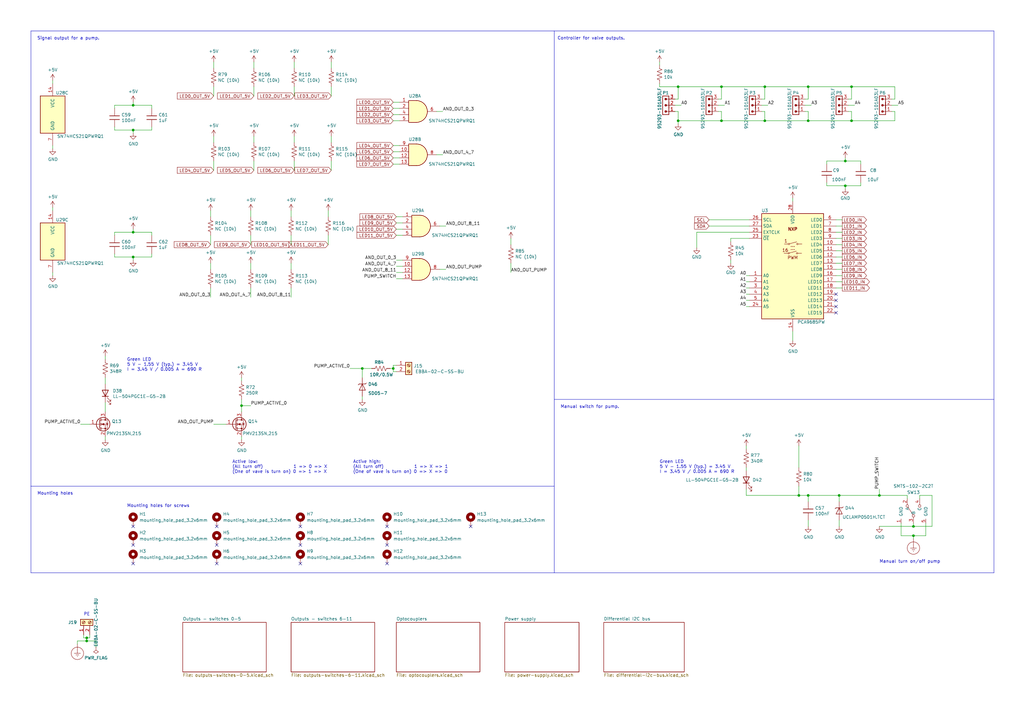
<source format=kicad_sch>
(kicad_sch (version 20230121) (generator eeschema)
  (paper "A3")
  (title_block (title "Zone controller") (date "2023-07-15") (rev "v2.0") (company "Roman Labovsky (roman-labovsky.cz)"))
  (junction (at 295.91 49.53))
  (junction (at 374.65 219.71))
  (junction (at 278.13 35.56))
  (junction (at 349.25 49.53))
  (junction (at 327.66 203.2))
  (junction (at 54.61 43.18))
  (junction (at 374.65 215.9))
  (junction (at 344.17 203.2))
  (junction (at 99.06 166.37))
  (junction (at 313.69 35.56))
  (junction (at 35.56 261.62))
  (junction (at 346.71 76.2))
  (junction (at 54.61 95.25))
  (junction (at 346.71 66.04))
  (junction (at 54.61 105.41))
  (junction (at 54.61 53.34))
  (junction (at 148.59 151.13))
  (junction (at 331.47 203.2))
  (junction (at 360.68 203.2))
  (junction (at 349.25 35.56))
  (junction (at 331.47 49.53))
  (junction (at 295.91 35.56))
  (junction (at 331.47 35.56))
  (junction (at 161.29 151.13))
  (junction (at 35.56 262.89))
  (junction (at 313.69 49.53))
  (junction (at 278.13 49.53))
  (no_connect (at 123.19 223.52))
  (no_connect (at 123.19 215.9))
  (no_connect (at 88.9 231.14))
  (no_connect (at 54.61 223.52))
  (no_connect (at 342.9 128.27))
  (no_connect (at 54.61 231.14))
  (no_connect (at 342.9 125.73))
  (no_connect (at 193.04 215.9))
  (no_connect (at 54.61 215.9))
  (no_connect (at 342.9 120.65))
  (no_connect (at 158.75 231.14))
  (no_connect (at 123.19 231.14))
  (no_connect (at 88.9 223.52))
  (no_connect (at 158.75 223.52))
  (no_connect (at 158.75 215.9))
  (no_connect (at 88.9 215.9))
  (no_connect (at 342.9 123.19))
  (wire (pts (xy 367.03 45.72) (xy 365.76 45.72)))
  (wire (pts (xy 165.1 109.22) (xy 162.56 109.22)))
  (wire (pts (xy 372.11 204.47) (xy 372.11 203.2)))
  (wire (pts (xy 104.14 25.4) (xy 104.14 27.94)))
  (wire (pts (xy 99.06 166.37) (xy 99.06 168.91)))
  (wire (pts (xy 331.47 40.64) (xy 331.47 35.56)))
  (wire (pts (xy 331.47 45.72) (xy 330.2 45.72)))
  (wire (pts (xy 87.63 35.56) (xy 87.63 39.37)))
  (wire (pts (xy 374.65 220.98) (xy 374.65 219.71)))
  (wire (pts (xy 342.9 107.95) (xy 345.44 107.95)))
  (wire (pts (xy 327.66 203.2) (xy 331.47 203.2)))
  (wire (pts (xy 119.38 96.52) (xy 119.38 100.33)))
  (wire (pts (xy 367.03 49.53) (xy 367.03 45.72)))
  (wire (pts (xy 161.29 151.13) (xy 161.29 152.4)))
  (wire (pts (xy 369.57 214.63) (xy 369.57 219.71)))
  (wire (pts (xy 342.9 118.11) (xy 345.44 118.11)))
  (wire (pts (xy 119.38 118.11) (xy 119.38 121.92)))
  (wire (pts (xy 54.61 41.91) (xy 54.61 43.18)))
  (wire (pts (xy 313.69 49.53) (xy 313.69 45.72)))
  (wire (pts (xy 99.06 180.34) (xy 99.06 179.07)))
  (wire (pts (xy 35.56 261.62) (xy 35.56 262.89)))
  (wire (pts (xy 276.86 43.18) (xy 279.4 43.18)))
  (wire (pts (xy 31.75 262.89) (xy 35.56 262.89)))
  (wire (pts (xy 360.68 203.2) (xy 372.11 203.2)))
  (wire (pts (xy 346.71 77.47) (xy 346.71 76.2)))
  (wire (pts (xy 46.99 52.07) (xy 46.99 53.34)))
  (wire (pts (xy 344.17 203.2) (xy 360.68 203.2)))
  (wire (pts (xy 313.69 35.56) (xy 295.91 35.56)))
  (wire (pts (xy 99.06 163.83) (xy 99.06 166.37)))
  (wire (pts (xy 349.25 45.72) (xy 347.98 45.72)))
  (wire (pts (xy 306.07 123.19) (xy 307.34 123.19)))
  (wire (pts (xy 349.25 40.64) (xy 349.25 35.56)))
  (wire (pts (xy 278.13 35.56) (xy 270.51 35.56)))
  (wire (pts (xy 342.9 113.03) (xy 345.44 113.03)))
  (wire (pts (xy 46.99 105.41) (xy 54.61 105.41)))
  (wire (pts (xy 365.76 43.18) (xy 368.3 43.18)))
  (wire (pts (xy 148.59 151.13) (xy 152.4 151.13)))
  (wire (pts (xy 290.83 92.71) (xy 307.34 92.71)))
  (wire (pts (xy 35.56 262.89) (xy 39.37 262.89)))
  (wire (pts (xy 104.14 66.04) (xy 104.14 69.85)))
  (wire (pts (xy 161.29 46.99) (xy 163.83 46.99)))
  (wire (pts (xy 36.83 261.62) (xy 36.83 260.35)))
  (wire (pts (xy 135.89 35.56) (xy 135.89 39.37)))
  (wire (pts (xy 209.55 97.79) (xy 209.55 100.33)))
  (wire (pts (xy 54.61 93.98) (xy 54.61 95.25)))
  (wire (pts (xy 339.09 76.2) (xy 346.71 76.2)))
  (wire (pts (xy 349.25 35.56) (xy 331.47 35.56)))
  (wire (pts (xy 285.75 95.25) (xy 285.75 101.6)))
  (wire (pts (xy 307.34 113.03) (xy 306.07 113.03)))
  (wire (pts (xy 43.18 168.91) (xy 43.18 165.1)))
  (wire (pts (xy 374.65 219.71) (xy 379.73 219.71)))
  (wire (pts (xy 342.9 102.87) (xy 345.44 102.87)))
  (wire (pts (xy 33.02 173.99) (xy 36.83 173.99)))
  (wire (pts (xy 161.29 149.86) (xy 161.29 151.13)))
  (wire (pts (xy 344.17 205.74) (xy 344.17 203.2)))
  (wire (pts (xy 367.03 35.56) (xy 349.25 35.56)))
  (wire (pts (xy 342.9 95.25) (xy 345.44 95.25)))
  (wire (pts (xy 46.99 95.25) (xy 46.99 96.52)))
  (wire (pts (xy 278.13 50.8) (xy 278.13 49.53)))
  (wire (pts (xy 342.9 110.49) (xy 345.44 110.49)))
  (wire (pts (xy 162.56 152.4) (xy 161.29 152.4)))
  (wire (pts (xy 276.86 40.64) (xy 278.13 40.64)))
  (wire (pts (xy 92.71 173.99) (xy 87.63 173.99)))
  (wire (pts (xy 86.36 107.95) (xy 86.36 110.49)))
  (wire (pts (xy 120.65 25.4) (xy 120.65 27.94)))
  (wire (pts (xy 209.55 107.95) (xy 209.55 111.76)))
  (wire (pts (xy 31.75 264.16) (xy 31.75 262.89)))
  (wire (pts (xy 349.25 49.53) (xy 367.03 49.53)))
  (wire (pts (xy 342.9 90.17) (xy 345.44 90.17)))
  (wire (pts (xy 165.1 96.52) (xy 162.56 96.52)))
  (wire (pts (xy 278.13 45.72) (xy 278.13 49.53)))
  (wire (pts (xy 360.68 200.66) (xy 360.68 203.2)))
  (wire (pts (xy 295.91 40.64) (xy 295.91 35.56)))
  (wire (pts (xy 86.36 118.11) (xy 86.36 121.92)))
  (wire (pts (xy 165.1 114.3) (xy 162.56 114.3)))
  (wire (pts (xy 179.07 45.72) (xy 181.61 45.72)))
  (wire (pts (xy 327.66 191.77) (xy 327.66 182.88)))
  (wire (pts (xy 344.17 215.9) (xy 344.17 213.36)))
  (wire (pts (xy 312.42 43.18) (xy 314.96 43.18)))
  (wire (pts (xy 21.59 60.96) (xy 21.59 59.69)))
  (wire (pts (xy 35.56 261.62) (xy 36.83 261.62)))
  (wire (pts (xy 21.59 85.09) (xy 21.59 86.36)))
  (wire (pts (xy 369.57 219.71) (xy 374.65 219.71)))
  (wire (pts (xy 330.2 40.64) (xy 331.47 40.64)))
  (wire (pts (xy 120.65 55.88) (xy 120.65 58.42)))
  (polyline (pts (xy 12.7 234.95) (xy 12.7 199.39)))
  (wire (pts (xy 165.1 106.68) (xy 162.56 106.68)))
  (wire (pts (xy 43.18 154.94) (xy 43.18 157.48)))
  (wire (pts (xy 374.65 215.9) (xy 382.27 215.9)))
  (wire (pts (xy 119.38 86.36) (xy 119.38 88.9)))
  (wire (pts (xy 342.9 115.57) (xy 345.44 115.57)))
  (wire (pts (xy 339.09 67.31) (xy 339.09 66.04)))
  (wire (pts (xy 347.98 40.64) (xy 349.25 40.64)))
  (polyline (pts (xy 12.7 199.39) (xy 227.33 199.39)))
  (wire (pts (xy 120.65 35.56) (xy 120.65 39.37)))
  (wire (pts (xy 135.89 55.88) (xy 135.89 58.42)))
  (wire (pts (xy 374.65 215.9) (xy 360.68 215.9)))
  (wire (pts (xy 161.29 44.45) (xy 163.83 44.45)))
  (wire (pts (xy 62.23 53.34) (xy 62.23 52.07)))
  (wire (pts (xy 148.59 163.83) (xy 148.59 162.56)))
  (wire (pts (xy 342.9 100.33) (xy 345.44 100.33)))
  (wire (pts (xy 119.38 107.95) (xy 119.38 110.49)))
  (wire (pts (xy 21.59 33.02) (xy 21.59 34.29)))
  (wire (pts (xy 294.64 43.18) (xy 297.18 43.18)))
  (wire (pts (xy 165.1 93.98) (xy 162.56 93.98)))
  (wire (pts (xy 163.83 41.91) (xy 161.29 41.91)))
  (wire (pts (xy 43.18 146.05) (xy 43.18 147.32)))
  (wire (pts (xy 161.29 64.77) (xy 163.83 64.77)))
  (wire (pts (xy 331.47 35.56) (xy 313.69 35.56)))
  (wire (pts (xy 374.65 214.63) (xy 374.65 215.9)))
  (wire (pts (xy 382.27 203.2) (xy 377.19 203.2)))
  (wire (pts (xy 342.9 92.71) (xy 345.44 92.71)))
  (wire (pts (xy 180.34 92.71) (xy 182.88 92.71)))
  (wire (pts (xy 102.87 118.11) (xy 102.87 121.92)))
  (wire (pts (xy 299.72 107.95) (xy 299.72 106.68)))
  (wire (pts (xy 313.69 49.53) (xy 331.47 49.53)))
  (wire (pts (xy 104.14 35.56) (xy 104.14 39.37)))
  (wire (pts (xy 290.83 90.17) (xy 307.34 90.17)))
  (wire (pts (xy 307.34 95.25) (xy 285.75 95.25)))
  (wire (pts (xy 346.71 64.77) (xy 346.71 66.04)))
  (wire (pts (xy 86.36 96.52) (xy 86.36 100.33)))
  (wire (pts (xy 160.02 151.13) (xy 161.29 151.13)))
  (wire (pts (xy 46.99 53.34) (xy 54.61 53.34)))
  (wire (pts (xy 295.91 49.53) (xy 313.69 49.53)))
  (wire (pts (xy 278.13 49.53) (xy 295.91 49.53)))
  (wire (pts (xy 180.34 110.49) (xy 182.88 110.49)))
  (wire (pts (xy 313.69 45.72) (xy 312.42 45.72)))
  (wire (pts (xy 135.89 66.04) (xy 135.89 69.85)))
  (wire (pts (xy 325.12 81.28) (xy 325.12 82.55)))
  (wire (pts (xy 377.19 203.2) (xy 377.19 204.47)))
  (wire (pts (xy 331.47 205.74) (xy 331.47 203.2)))
  (wire (pts (xy 295.91 45.72) (xy 294.64 45.72)))
  (wire (pts (xy 86.36 86.36) (xy 86.36 88.9)))
  (wire (pts (xy 62.23 95.25) (xy 62.23 96.52)))
  (wire (pts (xy 46.99 43.18) (xy 46.99 44.45)))
  (wire (pts (xy 306.07 203.2) (xy 327.66 203.2)))
  (wire (pts (xy 307.34 120.65) (xy 306.07 120.65)))
  (wire (pts (xy 327.66 203.2) (xy 327.66 199.39)))
  (wire (pts (xy 161.29 49.53) (xy 163.83 49.53)))
  (wire (pts (xy 104.14 55.88) (xy 104.14 58.42)))
  (wire (pts (xy 276.86 45.72) (xy 278.13 45.72)))
  (wire (pts (xy 179.07 63.5) (xy 181.61 63.5)))
  (wire (pts (xy 331.47 215.9) (xy 331.47 213.36)))
  (wire (pts (xy 34.29 261.62) (xy 35.56 261.62)))
  (polyline (pts (xy 12.7 12.7) (xy 407.67 12.7)))
  (wire (pts (xy 34.29 260.35) (xy 34.29 261.62)))
  (wire (pts (xy 367.03 40.64) (xy 367.03 35.56)))
  (wire (pts (xy 54.61 54.61) (xy 54.61 53.34)))
  (wire (pts (xy 161.29 67.31) (xy 163.83 67.31)))
  (wire (pts (xy 353.06 76.2) (xy 353.06 74.93)))
  (wire (pts (xy 325.12 135.89) (xy 325.12 139.7)))
  (wire (pts (xy 295.91 35.56) (xy 278.13 35.56)))
  (wire (pts (xy 270.51 35.56) (xy 270.51 34.29)))
  (wire (pts (xy 54.61 105.41) (xy 62.23 105.41)))
  (wire (pts (xy 307.34 118.11) (xy 306.07 118.11)))
  (wire (pts (xy 382.27 203.2) (xy 382.27 215.9)))
  (wire (pts (xy 21.59 113.03) (xy 21.59 111.76)))
  (wire (pts (xy 46.99 105.41) (xy 46.99 104.14)))
  (wire (pts (xy 379.73 219.71) (xy 379.73 214.63)))
  (polyline (pts (xy 227.33 234.95) (xy 12.7 234.95)))
  (wire (pts (xy 102.87 86.36) (xy 102.87 88.9)))
  (wire (pts (xy 99.06 154.94) (xy 99.06 156.21)))
  (wire (pts (xy 134.62 96.52) (xy 134.62 100.33)))
  (wire (pts (xy 39.37 262.89) (xy 39.37 265.43)))
  (wire (pts (xy 299.72 97.79) (xy 299.72 99.06)))
  (wire (pts (xy 331.47 49.53) (xy 349.25 49.53)))
  (wire (pts (xy 120.65 66.04) (xy 120.65 69.85)))
  (wire (pts (xy 161.29 149.86) (xy 162.56 149.86)))
  (wire (pts (xy 353.06 66.04) (xy 353.06 67.31)))
  (wire (pts (xy 134.62 86.36) (xy 134.62 88.9)))
  (wire (pts (xy 87.63 55.88) (xy 87.63 58.42)))
  (polyline (pts (xy 12.7 12.7) (xy 12.7 199.39)))
  (wire (pts (xy 62.23 104.14) (xy 62.23 105.41)))
  (wire (pts (xy 161.29 62.23) (xy 163.83 62.23)))
  (wire (pts (xy 278.13 40.64) (xy 278.13 35.56)))
  (polyline (pts (xy 407.67 12.7) (xy 407.67 234.95)))
  (polyline (pts (xy 227.33 234.95) (xy 407.67 234.95)))
  (wire (pts (xy 331.47 49.53) (xy 331.47 45.72)))
  (wire (pts (xy 347.98 43.18) (xy 350.52 43.18)))
  (wire (pts (xy 331.47 203.2) (xy 344.17 203.2)))
  (wire (pts (xy 313.69 40.64) (xy 313.69 35.56)))
  (wire (pts (xy 165.1 111.76) (xy 162.56 111.76)))
  (wire (pts (xy 295.91 49.53) (xy 295.91 45.72)))
  (wire (pts (xy 148.59 151.13) (xy 148.59 154.94)))
  (wire (pts (xy 346.71 66.04) (xy 353.06 66.04)))
  (wire (pts (xy 342.9 97.79) (xy 345.44 97.79)))
  (polyline (pts (xy 227.33 12.7) (xy 227.33 234.95)))
  (wire (pts (xy 102.87 96.52) (xy 102.87 100.33)))
  (wire (pts (xy 294.64 40.64) (xy 295.91 40.64)))
  (wire (pts (xy 54.61 95.25) (xy 62.23 95.25)))
  (wire (pts (xy 339.09 66.04) (xy 346.71 66.04)))
  (wire (pts (xy 346.71 76.2) (xy 353.06 76.2)))
  (wire (pts (xy 330.2 43.18) (xy 332.74 43.18)))
  (wire (pts (xy 46.99 95.25) (xy 54.61 95.25)))
  (wire (pts (xy 365.76 40.64) (xy 367.03 40.64)))
  (wire (pts (xy 165.1 91.44) (xy 162.56 91.44)))
  (wire (pts (xy 339.09 74.93) (xy 339.09 76.2)))
  (wire (pts (xy 307.34 125.73) (xy 306.07 125.73)))
  (wire (pts (xy 306.07 203.2) (xy 306.07 200.66)))
  (wire (pts (xy 306.07 193.04) (xy 306.07 191.77)))
  (polyline (pts (xy 227.33 163.83) (xy 407.67 163.83)))
  (wire (pts (xy 307.34 115.57) (xy 306.07 115.57)))
  (wire (pts (xy 306.07 182.88) (xy 306.07 184.15)))
  (wire (pts (xy 87.63 25.4) (xy 87.63 27.94)))
  (wire (pts (xy 349.25 49.53) (xy 349.25 45.72)))
  (wire (pts (xy 46.99 43.18) (xy 54.61 43.18)))
  (wire (pts (xy 99.06 166.37) (xy 102.87 166.37)))
  (wire (pts (xy 135.89 25.4) (xy 135.89 27.94)))
  (wire (pts (xy 102.87 107.95) (xy 102.87 110.49)))
  (wire (pts (xy 87.63 66.04) (xy 87.63 69.85)))
  (wire (pts (xy 270.51 26.67) (xy 270.51 25.4)))
  (wire (pts (xy 54.61 43.18) (xy 62.23 43.18)))
  (wire (pts (xy 312.42 40.64) (xy 313.69 40.64)))
  (wire (pts (xy 43.18 180.34) (xy 43.18 179.07)))
  (wire (pts (xy 307.34 97.79) (xy 299.72 97.79)))
  (wire (pts (xy 161.29 59.69) (xy 163.83 59.69)))
  (wire (pts (xy 54.61 53.34) (xy 62.23 53.34)))
  (wire (pts (xy 143.51 151.13) (xy 148.59 151.13)))
  (wire (pts (xy 54.61 106.68) (xy 54.61 105.41)))
  (wire (pts (xy 62.23 43.18) (xy 62.23 44.45)))
  (wire (pts (xy 165.1 88.9) (xy 162.56 88.9)))
  (wire (pts (xy 342.9 105.41) (xy 345.44 105.41)))
  (text "Manual switch for pump." (at 229.87 167.64 0) (effects (font (size 1.27 1.27)) (justify left bottom)))
  (text "PE" (at 34.29 252.73 0) (effects (font (size 1.27 1.27)) (justify left bottom)))
  (text "Mounting holes for screws" (at 52.07 208.28 0) (effects (font (size 1.27 1.27)) (justify left bottom)))
  (text "Green LED\n5 V - 1.55 V (typ.) = 3.45 V\nI = 3.45 V / 0.005 A = 690 R\n" (at 52.07 152.4 0) (effects (font (size 1.27 1.27)) (justify left bottom)))
  (text "Manual turn on/off pump" (at 360.68 231.14 0) (effects (font (size 1.27 1.27)) (justify left bottom)))
  (text "Signal output for a pump." (at 15.24 16.51 0) (effects (font (size 1.27 1.27)) (justify left bottom)))
  (text "Active high:\n(All turn off)             1 => X => 1\n(One of vave is turn on) 0 => X => 0\n" (at 144.78 194.31 0) (effects (font (size 1.27 1.27)) (justify left bottom)))
  (text "Active low:\n(All turn off)             1 => 0 => X\n(One of vave is turn on) 0 => 1 => X\n" (at 95.25 194.31 0) (effects (font (size 1.27 1.27)) (justify left bottom)))
  (text "Controller for valve outputs." (at 228.6 16.51 0) (effects (font (size 1.27 1.27)) (justify left bottom)))
  (text "Green LED\n5 V - 1.55 V (typ.) = 3.45 V\nI = 3.45 V / 0.005 A = 690 R\n" (at 270.51 194.31 0) (effects (font (size 1.27 1.27)) (justify left bottom)))
  (text "Mounting holes" (at 15.24 203.2 0) (effects (font (size 1.27 1.27)) (justify left bottom)))
  (label "AND_OUT_4_7" (at 181.61 63.5 0))
  (label "A3" (at 306.07 120.65 180))
  (label "PUMP_SWITCH" (at 360.68 200.66 90))
  (label "AND_OUT_0_3" (at 181.61 45.72 0))
  (label "PUMP_SWITCH" (at 162.56 114.3 180))
  (label "AND_OUT_8_11" (at 119.38 121.92 180))
  (label "PUMP_ACTIVE_0" (at 143.51 151.13 180))
  (label "A4" (at 350.52 43.18 0))
  (label "AND_OUT_4_7" (at 162.56 109.22 180))
  (label "AND_OUT_4_7" (at 102.87 121.92 180))
  (label "A1" (at 306.07 115.57 180))
  (label "AND_OUT_PUMP" (at 209.55 111.76 0))
  (label "A2" (at 314.96 43.18 0))
  (label "PUMP_ACTIVE_0" (at 102.87 166.37 0))
  (label "A0" (at 279.4 43.18 0))
  (label "A2" (at 306.07 118.11 180))
  (label "PUMP_ACTIVE_0" (at 33.02 173.99 180))
  (label "AND_OUT_8_11" (at 182.88 92.71 0))
  (label "AND_OUT_0_3" (at 162.56 106.68 180))
  (label "A1" (at 297.18 43.18 0))
  (label "A4" (at 306.07 123.19 180))
  (label "A3" (at 332.74 43.18 0))
  (label "A0" (at 306.07 113.03 180))
  (label "A5" (at 368.3 43.18 0))
  (label "AND_OUT_PUMP" (at 87.63 173.99 180))
  (label "AND_OUT_0_3" (at 86.36 121.92 180))
  (label "AND_OUT_PUMP" (at 182.88 110.49 0))
  (label "A5" (at 306.07 125.73 180))
  (label "AND_OUT_8_11" (at 162.56 111.76 180))
  (global_label "LED7_OUT_5V" (shape input) (at 161.29 67.31 180) (property "Intersheetrefs" "${INTERSHEET_REFS}" (effects hide)))
  (global_label "LED3_OUT_5V" (shape input) (at 135.89 39.37 180) (property "Intersheetrefs" "${INTERSHEET_REFS}" (effects hide)))
  (global_label "LED4_OUT_5V" (shape input) (at 161.29 59.69 180) (property "Intersheetrefs" "${INTERSHEET_REFS}" (effects hide)))
  (global_label "LED5_OUT_5V" (shape input) (at 104.14 69.85 180) (property "Intersheetrefs" "${INTERSHEET_REFS}" (effects hide)))
  (global_label "LED7_OUT_5V" (shape input) (at 135.89 69.85 180) (property "Intersheetrefs" "${INTERSHEET_REFS}" (effects hide)))
  (global_label "LED2_OUT_5V" (shape input) (at 120.65 39.37 180) (property "Intersheetrefs" "${INTERSHEET_REFS}" (effects hide)))
  (global_label "LED8_IN" (shape output) (at 345.44 110.49 0) (property "Intersheetrefs" "${INTERSHEET_REFS}" (effects hide)))
  (global_label "LED0_OUT_5V" (shape input) (at 87.63 39.37 180) (property "Intersheetrefs" "${INTERSHEET_REFS}" (effects hide)))
  (global_label "LED6_OUT_5V" (shape input) (at 161.29 64.77 180) (property "Intersheetrefs" "${INTERSHEET_REFS}" (effects hide)))
  (global_label "LED10_OUT_5V" (shape input) (at 162.56 93.98 180) (property "Intersheetrefs" "${INTERSHEET_REFS}" (effects hide)))
  (global_label "LED2_OUT_5V" (shape input) (at 161.29 46.99 180) (property "Intersheetrefs" "${INTERSHEET_REFS}" (effects hide)))
  (global_label "LED0_IN" (shape output) (at 345.44 90.17 0) (property "Intersheetrefs" "${INTERSHEET_REFS}" (effects hide)))
  (global_label "LED4_IN" (shape output) (at 345.44 100.33 0) (property "Intersheetrefs" "${INTERSHEET_REFS}" (effects hide)))
  (global_label "LED8_OUT_5V" (shape input) (at 86.36 100.33 180) (property "Intersheetrefs" "${INTERSHEET_REFS}" (effects hide)))
  (global_label "LED3_OUT_5V" (shape input) (at 161.29 49.53 180) (property "Intersheetrefs" "${INTERSHEET_REFS}" (effects hide)))
  (global_label "LED4_OUT_5V" (shape input) (at 87.63 69.85 180) (property "Intersheetrefs" "${INTERSHEET_REFS}" (effects hide)))
  (global_label "LED1_OUT_5V" (shape input) (at 161.29 44.45 180) (property "Intersheetrefs" "${INTERSHEET_REFS}" (effects hide)))
  (global_label "LED1_OUT_5V" (shape input) (at 104.14 39.37 180) (property "Intersheetrefs" "${INTERSHEET_REFS}" (effects hide)))
  (global_label "LED5_OUT_5V" (shape input) (at 161.29 62.23 180) (property "Intersheetrefs" "${INTERSHEET_REFS}" (effects hide)))
  (global_label "SDA" (shape input) (at 290.83 92.71 180) (property "Intersheetrefs" "${INTERSHEET_REFS}" (effects hide)))
  (global_label "LED5_IN" (shape output) (at 345.44 102.87 0) (property "Intersheetrefs" "${INTERSHEET_REFS}" (effects hide)))
  (global_label "LED11_IN" (shape output) (at 345.44 118.11 0) (property "Intersheetrefs" "${INTERSHEET_REFS}" (effects hide)))
  (global_label "LED8_OUT_5V" (shape input) (at 162.56 88.9 180) (property "Intersheetrefs" "${INTERSHEET_REFS}" (effects hide)))
  (global_label "LED11_OUT_5V" (shape input) (at 134.62 100.33 180) (property "Intersheetrefs" "${INTERSHEET_REFS}" (effects hide)))
  (global_label "LED11_OUT_5V" (shape input) (at 162.56 96.52 180) (property "Intersheetrefs" "${INTERSHEET_REFS}" (effects hide)))
  (global_label "LED6_OUT_5V" (shape input) (at 120.65 69.85 180) (property "Intersheetrefs" "${INTERSHEET_REFS}" (effects hide)))
  (global_label "LED9_OUT_5V" (shape input) (at 102.87 100.33 180) (property "Intersheetrefs" "${INTERSHEET_REFS}" (effects hide)))
  (global_label "LED3_IN" (shape output) (at 345.44 97.79 0) (property "Intersheetrefs" "${INTERSHEET_REFS}" (effects hide)))
  (global_label "LED0_OUT_5V" (shape input) (at 161.29 41.91 180) (property "Intersheetrefs" "${INTERSHEET_REFS}" (effects hide)))
  (global_label "LED7_IN" (shape output) (at 345.44 107.95 0) (property "Intersheetrefs" "${INTERSHEET_REFS}" (effects hide)))
  (global_label "LED9_OUT_5V" (shape input) (at 162.56 91.44 180) (property "Intersheetrefs" "${INTERSHEET_REFS}" (effects hide)))
  (global_label "LED2_IN" (shape output) (at 345.44 95.25 0) (property "Intersheetrefs" "${INTERSHEET_REFS}" (effects hide)))
  (global_label "LED6_IN" (shape output) (at 345.44 105.41 0) (property "Intersheetrefs" "${INTERSHEET_REFS}" (effects hide)))
  (global_label "LED10_IN" (shape output) (at 345.44 115.57 0) (property "Intersheetrefs" "${INTERSHEET_REFS}" (effects hide)))
  (global_label "SCL" (shape input) (at 290.83 90.17 180) (property "Intersheetrefs" "${INTERSHEET_REFS}" (effects hide)))
  (global_label "LED1_IN" (shape output) (at 345.44 92.71 0) (property "Intersheetrefs" "${INTERSHEET_REFS}" (effects hide)))
  (global_label "LED10_OUT_5V" (shape input) (at 119.38 100.33 180) (property "Intersheetrefs" "${INTERSHEET_REFS}" (effects hide)))
  (global_label "LED9_IN" (shape output) (at 345.44 113.03 0) (property "Intersheetrefs" "${INTERSHEET_REFS}" (effects hide)))
  (symbol (lib_id "driver_LED_rl:PCA9685PW") (at 325.12 107.95 0) (unit 1)
    (property "Reference" "U3" (at 313.69 86.36 0))
    (property "Value" "PCA9685PW" (at 332.74 132.08 0))
    (property "Footprint" "package_tssop_rl:tssop_28" (effects hide))
    (property "Datasheet" "http://www.nxp.com/documents/data_sheet/PCA9685.pdf" (effects hide))
  )
  (symbol (lib_id "capacitor_smd_rl:c_1206") (at 339.09 71.12 270) (unit 1)
    (property "Reference" "C9" (at 342.9 69.85 90))
    (property "Value" "100nF" (at 344.17 73.66 90))
    (property "Footprint" "capacitor_smd_rl:c_1206" (effects hide))
  )
  (symbol (lib_id "resistor_smd_rl:r_1206_us") (at 299.72 102.87 270) (unit 1)
    (property "Reference" "R45" (at 301.4472 101.7016 90) (effects (justify left)))
    (property "Value" "10k" (at 301.4472 104.013 90) (effects (justify left)))
    (property "Footprint" "resistor_smd_rl:r_1206" (effects hide))
  )
  (symbol (lib_id "power_rl:GND") (at 299.72 109.22 0) (unit 1)
    (property "Reference" "#PWR066" (effects hide))
    (property "Value" "GND" (at 299.72 111.76 0))
  )
  (symbol (lib_id "power_rl:GND") (at 285.75 102.87 0) (unit 1)
    (property "Reference" "#PWR065" (effects hide))
    (property "Value" "GND" (at 285.75 105.41 0))
  )
  (symbol (lib_id "capacitor_smd_rl:c_1206") (at 353.06 71.12 270) (unit 1)
    (property "Reference" "C8" (at 358.14 69.85 90))
    (property "Value" "10uF" (at 358.14 73.66 90))
    (property "Footprint" "capacitor_smd_rl:c_1206" (effects hide))
  )
  (symbol (lib_id "power_rl:GND") (at 346.71 78.74 0) (unit 1)
    (property "Reference" "#PWR069" (effects hide))
    (property "Value" "GND" (at 346.71 81.28 0))
  )
  (symbol (lib_id "resistor_smd_rl:r_1206_us") (at 306.07 187.96 270) (unit 1)
    (property "Reference" "R77" (at 307.7972 186.7916 90) (effects (justify left)))
    (property "Value" "340R" (at 307.7972 189.103 90) (effects (justify left)))
    (property "Footprint" "resistor_smd_rl:r_1206" (effects hide))
  )
  (symbol (lib_id "led_tht_rl:LL-504PGC1E-G5-2B") (at 306.07 196.85 90) (unit 1)
    (property "Reference" "D42" (at 308.61 196.85 90) (effects (justify right)))
    (property "Value" "LL-504PGC1E-G5-2B" (at 292.1 196.85 90))
    (property "Footprint" "led_tht_rl:led_d5mm_2.54mm" (effects hide))
    (property "Datasheet" "https://www.luckylight.cn/media/component/data-sheet/504PGC1E-G5-2B.pdf" (effects hide))
  )
  (symbol (lib_id "capacitor_smd_rl:c_1206") (at 46.99 48.26 90) (unit 1)
    (property "Reference" "C59" (at 49.784 47.0916 90) (effects (justify right)))
    (property "Value" "100nF" (at 49.784 49.403 90) (effects (justify right)))
    (property "Footprint" "capacitor_smd_rl:c_1206" (effects hide))
  )
  (symbol (lib_id "capacitor_smd_rl:c_1206") (at 62.23 48.26 90) (unit 1)
    (property "Reference" "C61" (at 65.024 47.0916 90) (effects (justify right)))
    (property "Value" "1uF" (at 65.024 49.403 90) (effects (justify right)))
    (property "Footprint" "capacitor_smd_rl:c_1206" (effects hide))
  )
  (symbol (lib_id "74xx_rl:SN74HCS21QPWRQ1") (at 172.72 92.71 0) (unit 1)
    (property "Reference" "U29" (at 171.45 86.36 0))
    (property "Value" "SN74HCS21QPWRQ1" (at 186.69 96.52 0))
    (property "Footprint" "package_tssop_rl:tssop_14" (effects hide))
    (property "Datasheet" "https://www.ti.com/lit/ds/symlink/sn74hcs21-q1.pdf?ts=1655128947146&ref_url=https%253A%252F%252Fwww.ti.com%252Fsitesearch%252Fen-us%252Fdocs%252Funiversalsearch.tsp%253FlangPref%253Den-US%2526searchTerm%253DSN74HCS21QDRQ1%2526nr%253D2" (effects hide))
  )
  (symbol (lib_id "74xx_rl:SN74HCS21QPWRQ1") (at 172.72 110.49 0) (unit 2)
    (property "Reference" "U29" (at 171.45 104.14 0))
    (property "Value" "SN74HCS21QPWRQ1" (at 186.69 114.3 0))
    (property "Footprint" "package_tssop_rl:tssop_14" (effects hide))
    (property "Datasheet" "https://www.ti.com/lit/ds/symlink/sn74hcs21-q1.pdf?ts=1655128947146&ref_url=https%253A%252F%252Fwww.ti.com%252Fsitesearch%252Fen-us%252Fdocs%252Funiversalsearch.tsp%253FlangPref%253Den-US%2526searchTerm%253DSN74HCS21QDRQ1%2526nr%253D2" (effects hide))
  )
  (symbol (lib_id "74xx_rl:SN74HCS21QPWRQ1") (at 21.59 99.06 0) (unit 3)
    (property "Reference" "U29" (at 22.86 90.17 0) (effects (justify left)))
    (property "Value" "SN74HCS21QPWRQ1" (at 33.02 107.95 0))
    (property "Footprint" "package_tssop_rl:tssop_14" (effects hide))
    (property "Datasheet" "https://www.ti.com/lit/ds/symlink/sn74hcs21-q1.pdf?ts=1655128947146&ref_url=https%253A%252F%252Fwww.ti.com%252Fsitesearch%252Fen-us%252Fdocs%252Funiversalsearch.tsp%253FlangPref%253Den-US%2526searchTerm%253DSN74HCS21QDRQ1%2526nr%253D2" (effects hide))
  )
  (symbol (lib_id "power_rl:+5V") (at 306.07 182.88 0) (unit 1)
    (property "Reference" "#PWR0281" (effects hide))
    (property "Value" "+5V" (at 306.07 178.4858 0))
  )
  (symbol (lib_id "power_rl:GND") (at 54.61 55.88 0) (unit 1)
    (property "Reference" "#PWR0282" (effects hide))
    (property "Value" "GND" (at 54.737 59.0042 0))
  )
  (symbol (lib_id "power_rl:+5V") (at 21.59 33.02 0) (unit 1)
    (property "Reference" "#PWR0112" (effects hide))
    (property "Value" "+5V" (at 21.59 28.6258 0))
  )
  (symbol (lib_id "power_rl:+5V") (at 54.61 41.91 0) (unit 1)
    (property "Reference" "#PWR0331" (effects hide))
    (property "Value" "+5V" (at 54.61 37.5158 0))
  )
  (symbol (lib_id "power_rl:GND") (at 21.59 62.23 0) (unit 1)
    (property "Reference" "#PWR0113" (effects hide))
    (property "Value" "GND" (at 21.717 65.3542 0))
  )
  (symbol (lib_id "capacitor_smd_rl:c_1206") (at 46.99 100.33 90) (unit 1)
    (property "Reference" "C60" (at 49.784 99.1616 90) (effects (justify right)))
    (property "Value" "100nF" (at 49.784 101.473 90) (effects (justify right)))
    (property "Footprint" "capacitor_smd_rl:c_1206" (effects hide))
  )
  (symbol (lib_id "capacitor_smd_rl:c_1206") (at 62.23 100.33 90) (unit 1)
    (property "Reference" "C62" (at 65.024 99.1616 90) (effects (justify right)))
    (property "Value" "1uF" (at 65.024 101.473 90) (effects (justify right)))
    (property "Footprint" "capacitor_smd_rl:c_1206" (effects hide))
  )
  (symbol (lib_id "power_rl:GND") (at 54.61 107.95 0) (unit 1)
    (property "Reference" "#PWR0283" (effects hide))
    (property "Value" "GND" (at 54.737 111.0742 0))
  )
  (symbol (lib_id "power_rl:+5V") (at 54.61 93.98 0) (unit 1)
    (property "Reference" "#PWR0332" (effects hide))
    (property "Value" "+5V" (at 54.61 89.5858 0))
  )
  (symbol (lib_id "power_rl:+5V") (at 21.59 85.09 0) (unit 1)
    (property "Reference" "#PWR0114" (effects hide))
    (property "Value" "+5V" (at 21.59 80.6958 0))
  )
  (symbol (lib_id "power_rl:GND") (at 21.59 114.3 0) (unit 1)
    (property "Reference" "#PWR0115" (effects hide))
    (property "Value" "GND" (at 21.717 117.4242 0))
  )
  (symbol (lib_id "power_rl:+5V") (at 325.12 81.28 0) (unit 1)
    (property "Reference" "#PWR0110" (effects hide))
    (property "Value" "+5V" (at 325.12 76.8858 0))
  )
  (symbol (lib_id "power_rl:GND") (at 325.12 140.97 0) (unit 1)
    (property "Reference" "#PWR0111" (effects hide))
    (property "Value" "GND" (at 325.247 144.0942 0))
  )
  (symbol (lib_id "terminal_block_tht_rl:EBBA-02-C-SS-BU") (at 167.64 151.13 0) (unit 1)
    (property "Reference" "J15" (at 169.672 150.0632 0) (effects (justify left)))
    (property "Value" "EBBA-02-C-SS-BU" (at 180.34 152.4 0))
    (property "Footprint" "terminal_block_tht_rl:EBBA-02-C-SS-BU" (effects hide))
    (property "Datasheet" "https://app.adam-tech.com/products/download/data_sheet/204164/ebba-xx-c-ss-bu-data-sheet.pdf" (effects hide))
  )
  (symbol (lib_id "transil_diode_smd_rl:SD05-7") (at 148.59 158.75 0) (unit 1)
    (property "Reference" "D46" (at 150.9776 157.5816 0) (effects (justify left)))
    (property "Value" "SD05-7" (at 154.94 161.29 0))
    (property "Footprint" "package_sod_rl:sod_323" (effects hide))
    (property "Datasheet" "https://www.diodes.com/assets/Datasheets/ds31594.pdf" (effects hide))
  )
  (symbol (lib_id "power_rl:GND") (at 148.59 165.1 0) (unit 1)
    (property "Reference" "#PWR0119" (effects hide))
    (property "Value" "GND" (at 148.717 168.2242 0))
  )
  (symbol (lib_id "unipolar_transistor_smd_rl:PMV213SN,215") (at 43.18 173.99 0) (unit 1)
    (property "Reference" "Q13" (at 45.847 172.8216 0) (effects (justify left)))
    (property "Value" "PMV213SN,215" (at 50.8 177.8 0))
    (property "Footprint" "package_sot_rl:sot_23" (effects hide))
    (property "Datasheet" "https://assets.nexperia.com/documents/data-sheet/PMV213SN.pdf" (effects hide))
  )
  (symbol (lib_id "power_rl:GND") (at 43.18 181.61 0) (unit 1)
    (property "Reference" "#PWR0120" (effects hide))
    (property "Value" "GND" (at 43.307 184.7342 0))
  )
  (symbol (lib_id "led_tht_rl:LL-504PGC1E-G5-2B") (at 43.18 161.29 90) (unit 1)
    (property "Reference" "D38" (at 46.1772 160.2994 90) (effects (justify right)))
    (property "Value" "LL-504PGC1E-G5-2B" (at 57.15 162.56 90))
    (property "Footprint" "led_tht_rl:led_d5mm_2.54mm" (effects hide))
    (property "Datasheet" "https://www.luckylight.cn/media/component/data-sheet/504PGC1E-G5-2B.pdf" (effects hide))
  )
  (symbol (lib_id "resistor_smd_rl:r_1206_us") (at 43.18 151.13 270) (unit 1)
    (property "Reference" "R69" (at 44.9072 149.9616 90) (effects (justify left)))
    (property "Value" "348R" (at 44.9072 152.273 90) (effects (justify left)))
    (property "Footprint" "resistor_smd_rl:r_1206" (effects hide))
  )
  (symbol (lib_id "power_rl:+5V") (at 43.18 146.05 0) (unit 1)
    (property "Reference" "#PWR0121" (effects hide))
    (property "Value" "+5V" (at 43.18 141.6558 0))
  )
  (symbol (lib_id "power_rl:Earth_Protective") (at 374.65 220.98 0) (unit 1)
    (property "Reference" "#PWR0135" (effects hide))
    (property "Value" "Earth_Protective" (effects hide))
  )
  (symbol (lib_id "switch_tht_rl:SMTS-102-2C2T") (at 374.65 208.28 90) (unit 1)
    (property "Reference" "SW13" (at 374.65 201.93 90))
    (property "Value" "SMTS-102-2C2T" (at 374.65 199.39 90))
    (property "Footprint" "switch_tht_rl:SMTS-102-2C2T" (effects hide))
    (property "Datasheet" "https://www.gme.cz/data/attachments/dsh.631-528.1.pdf" (effects hide))
  )
  (symbol (lib_id "resistor_smd_rl:r_1206_us") (at 327.66 195.58 270) (unit 1)
    (property "Reference" "R80" (at 329.3872 194.4116 90) (effects (justify left)))
    (property "Value" "10k" (at 329.3872 196.723 90) (effects (justify left)))
    (property "Footprint" "resistor_smd_rl:r_1206" (effects hide))
  )
  (symbol (lib_id "power_rl:+5V") (at 346.71 64.77 0) (unit 1)
    (property "Reference" "#PWR0333" (effects hide))
    (property "Value" "+5V" (at 346.71 60.3758 0))
  )
  (symbol (lib_id "power_rl:+5V") (at 327.66 182.88 0) (unit 1)
    (property "Reference" "#PWR0134" (effects hide))
    (property "Value" "+5V" (at 327.66 178.4858 0))
  )
  (symbol (lib_id "unipolar_transistor_smd_rl:PMV213SN,215") (at 99.06 173.99 0) (unit 1)
    (property "Reference" "Q14" (at 101.727 172.8216 0) (effects (justify left)))
    (property "Value" "PMV213SN,215" (at 106.68 177.8 0))
    (property "Footprint" "package_sot_rl:sot_23" (effects hide))
    (property "Datasheet" "https://assets.nexperia.com/documents/data-sheet/PMV213SN.pdf" (effects hide))
  )
  (symbol (lib_id "power_rl:GND") (at 99.06 181.61 0) (unit 1)
    (property "Reference" "#PWR0279" (effects hide))
    (property "Value" "GND" (at 99.187 184.7342 0))
  )
  (symbol (lib_id "74xx_rl:SN74HCS21QPWRQ1") (at 171.45 45.72 0) (unit 1)
    (property "Reference" "U28" (at 170.18 39.37 0))
    (property "Value" "SN74HCS21QPWRQ1" (at 185.42 49.53 0))
    (property "Footprint" "package_tssop_rl:tssop_14" (effects hide))
    (property "Datasheet" "https://www.ti.com/lit/ds/symlink/sn74hcs21-q1.pdf?ts=1655128947146&ref_url=https%253A%252F%252Fwww.ti.com%252Fsitesearch%252Fen-us%252Fdocs%252Funiversalsearch.tsp%253FlangPref%253Den-US%2526searchTerm%253DSN74HCS21QDRQ1%2526nr%253D2" (effects hide))
  )
  (symbol (lib_id "74xx_rl:SN74HCS21QPWRQ1") (at 171.45 63.5 0) (unit 2)
    (property "Reference" "U28" (at 170.18 57.15 0))
    (property "Value" "SN74HCS21QPWRQ1" (at 185.42 67.31 0))
    (property "Footprint" "package_tssop_rl:tssop_14" (effects hide))
    (property "Datasheet" "https://www.ti.com/lit/ds/symlink/sn74hcs21-q1.pdf?ts=1655128947146&ref_url=https%253A%252F%252Fwww.ti.com%252Fsitesearch%252Fen-us%252Fdocs%252Funiversalsearch.tsp%253FlangPref%253Den-US%2526searchTerm%253DSN74HCS21QDRQ1%2526nr%253D2" (effects hide))
  )
  (symbol (lib_id "74xx_rl:SN74HCS21QPWRQ1") (at 21.59 46.99 0) (unit 3)
    (property "Reference" "U28" (at 22.86 38.1 0) (effects (justify left)))
    (property "Value" "SN74HCS21QPWRQ1" (at 33.02 55.88 0))
    (property "Footprint" "package_tssop_rl:tssop_14" (effects hide))
    (property "Datasheet" "https://www.ti.com/lit/ds/symlink/sn74hcs21-q1.pdf?ts=1655128947146&ref_url=https%253A%252F%252Fwww.ti.com%252Fsitesearch%252Fen-us%252Fdocs%252Funiversalsearch.tsp%253FlangPref%253Den-US%2526searchTerm%253DSN74HCS21QDRQ1%2526nr%253D2" (effects hide))
  )
  (symbol (lib_id "resistor_smd_rl:r_1206_us") (at 99.06 160.02 270) (unit 1)
    (property "Reference" "R72" (at 100.7872 158.8516 90) (effects (justify left)))
    (property "Value" "250R" (at 100.7872 161.163 90) (effects (justify left)))
    (property "Footprint" "resistor_smd_rl:r_1206" (effects hide))
  )
  (symbol (lib_id "power_rl:GND") (at 360.68 217.17 0) (unit 1)
    (property "Reference" "#PWR0136" (effects hide))
    (property "Value" "GND" (at 360.807 220.2942 0))
  )
  (symbol (lib_id "capacitor_smd_rl:c_1206") (at 331.47 209.55 270) (unit 1)
    (property "Reference" "C57" (at 334.264 208.3816 90) (effects (justify left)))
    (property "Value" "100nF" (at 334.264 210.693 90) (effects (justify left)))
    (property "Footprint" "capacitor_smd_rl:c_1206" (effects hide))
  )
  (symbol (lib_id "power_rl:GND") (at 331.47 217.17 0) (unit 1)
    (property "Reference" "#PWR0137" (effects hide))
    (property "Value" "GND" (at 331.597 220.2942 0))
  )
  (symbol (lib_id "power_rl:+5V") (at 99.06 154.94 0) (unit 1)
    (property "Reference" "#PWR0123" (effects hide))
    (property "Value" "+5V" (at 99.06 150.5458 0))
  )
  (symbol (lib_id "transil_diode_smd_rl:UCLAMP0501H.TCT") (at 344.17 209.55 0) (unit 1)
    (property "Reference" "D44" (at 346.5576 208.3816 0) (effects (justify left)))
    (property "Value" "UCLAMP0501H.TCT" (at 354.33 212.09 0))
    (property "Footprint" "package_sod_rl:sod_523" (effects hide))
    (property "Datasheet" "https://semtech.my.salesforce.com/sfc/p/#E0000000JelG/a/44000000MCOu/TAxz.g3b9Kc3zALQPNaVYTri83_DHtuxXaYryd8B43M" (effects hide))
  )
  (symbol (lib_id "power_rl:GND") (at 344.17 217.17 0) (unit 1)
    (property "Reference" "#PWR0138" (effects hide))
    (property "Value" "GND" (at 344.297 220.2942 0))
  )
  (symbol (lib_id "resistor_smd_rl:r_1206_us") (at 209.55 104.14 270) (unit 1)
    (property "Reference" "R85" (at 211.2772 102.9716 90) (effects (justify left)))
    (property "Value" "NC (10k)" (at 211.2772 105.283 90) (effects (justify left)))
    (property "Footprint" "resistor_smd_rl:r_1206" (effects hide))
  )
  (symbol (lib_id "power_rl:+5V") (at 209.55 97.79 0) (unit 1)
    (property "Reference" "#PWR0125" (effects hide))
    (property "Value" "+5V" (at 209.55 93.3958 0))
  )
  (symbol (lib_id "connector_smd_pin_header_2.54mm_rl:95293-101A03LF") (at 290.83 43.18 90) (unit 1)
    (property "Reference" "P2" (at 290.83 38.1 90))
    (property "Value" "95293-101A03LF" (at 288.29 44.45 0))
    (property "Footprint" "connector_smd_pinheader_2.54mm_rl:1x3_pinheader_2.54mm_vertical" (effects hide))
    (property "Datasheet" "https://cdn.amphenol-cs.com/media/wysiwyg/files/drawing/95293.pdf" (effects hide))
  )
  (symbol (lib_id "connector_smd_pin_header_2.54mm_rl:95293-101A03LF") (at 308.61 43.18 90) (unit 1)
    (property "Reference" "P3" (at 308.61 38.1 90))
    (property "Value" "95293-101A03LF" (at 306.07 44.45 0))
    (property "Footprint" "connector_smd_pinheader_2.54mm_rl:1x3_pinheader_2.54mm_vertical" (effects hide))
    (property "Datasheet" "https://cdn.amphenol-cs.com/media/wysiwyg/files/drawing/95293.pdf" (effects hide))
  )
  (symbol (lib_id "connector_smd_pin_header_2.54mm_rl:95293-101A03LF") (at 326.39 43.18 90) (unit 1)
    (property "Reference" "P4" (at 326.39 38.1 90))
    (property "Value" "95293-101A03LF" (at 323.85 44.45 0))
    (property "Footprint" "connector_smd_pinheader_2.54mm_rl:1x3_pinheader_2.54mm_vertical" (effects hide))
    (property "Datasheet" "https://cdn.amphenol-cs.com/media/wysiwyg/files/drawing/95293.pdf" (effects hide))
  )
  (symbol (lib_id "connector_smd_pin_header_2.54mm_rl:95293-101A03LF") (at 344.17 43.18 90) (unit 1)
    (property "Reference" "P5" (at 344.17 38.1 90))
    (property "Value" "95293-101A03LF" (at 341.63 44.45 0))
    (property "Footprint" "connector_smd_pinheader_2.54mm_rl:1x3_pinheader_2.54mm_vertical" (effects hide))
    (property "Datasheet" "https://cdn.amphenol-cs.com/media/wysiwyg/files/drawing/95293.pdf" (effects hide))
  )
  (symbol (lib_id "connector_smd_pin_header_2.54mm_rl:95293-101A03LF") (at 361.95 43.18 90) (unit 1)
    (property "Reference" "P6" (at 361.95 38.1 90))
    (property "Value" "95293-101A03LF" (at 359.41 44.45 0))
    (property "Footprint" "connector_smd_pinheader_2.54mm_rl:1x3_pinheader_2.54mm_vertical" (effects hide))
    (property "Datasheet" "https://cdn.amphenol-cs.com/media/wysiwyg/files/drawing/95293.pdf" (effects hide))
  )
  (symbol (lib_id "connector_smd_pin_header_2.54mm_rl:95293-101A03LF") (at 273.05 43.18 90) (unit 1)
    (property "Reference" "P1" (at 273.05 38.1 90))
    (property "Value" "95293-101A03LF" (at 270.51 44.45 0))
    (property "Footprint" "connector_smd_pinheader_2.54mm_rl:1x3_pinheader_2.54mm_vertical" (effects hide))
    (property "Datasheet" "https://cdn.amphenol-cs.com/media/wysiwyg/files/drawing/95293.pdf" (effects hide))
  )
  (symbol (lib_id "resistor_smd_rl:r_1206_us") (at 87.63 31.75 270) (unit 1)
    (property "Reference" "R79" (at 89.3572 30.5816 90) (effects (justify left)))
    (property "Value" "NC (10k)" (at 89.3572 32.893 90) (effects (justify left)))
    (property "Footprint" "resistor_smd_rl:r_1206" (effects hide))
  )
  (symbol (lib_id "power_rl:+5V") (at 87.63 25.4 0) (unit 1)
    (property "Reference" "#PWR0122" (effects hide))
    (property "Value" "+5V" (at 87.63 21.0058 0))
  )
  (symbol (lib_id "resistor_smd_rl:r_1206_us") (at 104.14 31.75 270) (unit 1)
    (property "Reference" "R106" (at 105.8672 30.5816 90) (effects (justify left)))
    (property "Value" "NC (10k)" (at 105.8672 32.893 90) (effects (justify left)))
    (property "Footprint" "resistor_smd_rl:r_1206" (effects hide))
  )
  (symbol (lib_id "power_rl:+5V") (at 104.14 25.4 0) (unit 1)
    (property "Reference" "#PWR0124" (effects hide))
    (property "Value" "+5V" (at 104.14 21.0058 0))
  )
  (symbol (lib_id "resistor_smd_rl:r_1206_us") (at 120.65 31.75 270) (unit 1)
    (property "Reference" "R110" (at 122.3772 30.5816 90) (effects (justify left)))
    (property "Value" "NC (10k)" (at 122.3772 32.893 90) (effects (justify left)))
    (property "Footprint" "resistor_smd_rl:r_1206" (effects hide))
  )
  (symbol (lib_id "power_rl:+5V") (at 120.65 25.4 0) (unit 1)
    (property "Reference" "#PWR0341" (effects hide))
    (property "Value" "+5V" (at 120.65 21.0058 0))
  )
  (symbol (lib_id "resistor_smd_rl:r_1206_us") (at 135.89 31.75 270) (unit 1)
    (property "Reference" "R114" (at 137.6172 30.5816 90) (effects (justify left)))
    (property "Value" "NC (10k)" (at 137.6172 32.893 90) (effects (justify left)))
    (property "Footprint" "resistor_smd_rl:r_1206" (effects hide))
  )
  (symbol (lib_id "power_rl:+5V") (at 135.89 25.4 0) (unit 1)
    (property "Reference" "#PWR0342" (effects hide))
    (property "Value" "+5V" (at 135.89 21.0058 0))
  )
  (symbol (lib_id "resistor_smd_rl:r_1206_us") (at 87.63 62.23 270) (unit 1)
    (property "Reference" "R103" (at 89.3572 61.0616 90) (effects (justify left)))
    (property "Value" "NC (10k)" (at 89.3572 63.373 90) (effects (justify left)))
    (property "Footprint" "resistor_smd_rl:r_1206" (effects hide))
  )
  (symbol (lib_id "power_rl:+5V") (at 87.63 55.88 0) (unit 1)
    (property "Reference" "#PWR0343" (effects hide))
    (property "Value" "+5V" (at 87.63 51.4858 0))
  )
  (symbol (lib_id "resistor_smd_rl:r_1206_us") (at 104.14 62.23 270) (unit 1)
    (property "Reference" "R107" (at 105.8672 61.0616 90) (effects (justify left)))
    (property "Value" "NC (10k)" (at 105.8672 63.373 90) (effects (justify left)))
    (property "Footprint" "resistor_smd_rl:r_1206" (effects hide))
  )
  (symbol (lib_id "power_rl:+5V") (at 104.14 55.88 0) (unit 1)
    (property "Reference" "#PWR0344" (effects hide))
    (property "Value" "+5V" (at 104.14 51.4858 0))
  )
  (symbol (lib_id "resistor_smd_rl:r_1206_us") (at 120.65 62.23 270) (unit 1)
    (property "Reference" "R111" (at 122.3772 61.0616 90) (effects (justify left)))
    (property "Value" "NC (10k)" (at 122.3772 63.373 90) (effects (justify left)))
    (property "Footprint" "resistor_smd_rl:r_1206" (effects hide))
  )
  (symbol (lib_id "power_rl:+5V") (at 120.65 55.88 0) (unit 1)
    (property "Reference" "#PWR0345" (effects hide))
    (property "Value" "+5V" (at 120.65 51.4858 0))
  )
  (symbol (lib_id "resistor_smd_rl:r_1206_us") (at 135.89 62.23 270) (unit 1)
    (property "Reference" "R115" (at 137.6172 61.0616 90) (effects (justify left)))
    (property "Value" "NC (10k)" (at 137.6172 63.373 90) (effects (justify left)))
    (property "Footprint" "resistor_smd_rl:r_1206" (effects hide))
  )
  (symbol (lib_id "power_rl:+5V") (at 135.89 55.88 0) (unit 1)
    (property "Reference" "#PWR0346" (effects hide))
    (property "Value" "+5V" (at 135.89 51.4858 0))
  )
  (symbol (lib_id "resistor_smd_rl:r_1206_us") (at 270.51 30.48 270) (unit 1)
    (property "Reference" "R86" (at 272.2372 29.3116 90) (effects (justify left)))
    (property "Value" "10k" (at 272.2372 31.623 90) (effects (justify left)))
    (property "Footprint" "resistor_smd_rl:r_1206" (effects hide))
  )
  (symbol (lib_id "power_rl:+5V") (at 270.51 25.4 0) (unit 1)
    (property "Reference" "#PWR0139" (effects hide))
    (property "Value" "+5V" (at 270.51 21.0058 0))
  )
  (symbol (lib_id "resistor_smd_rl:r_1206_us") (at 86.36 92.71 270) (unit 1)
    (property "Reference" "R104" (at 88.0872 91.5416 90) (effects (justify left)))
    (property "Value" "NC (10k)" (at 88.0872 93.853 90) (effects (justify left)))
    (property "Footprint" "resistor_smd_rl:r_1206" (effects hide))
  )
  (symbol (lib_id "power_rl:+5V") (at 86.36 86.36 0) (unit 1)
    (property "Reference" "#PWR0347" (effects hide))
    (property "Value" "+5V" (at 86.36 81.9658 0))
  )
  (symbol (lib_id "resistor_smd_rl:r_1206_us") (at 102.87 92.71 270) (unit 1)
    (property "Reference" "R108" (at 104.5972 91.5416 90) (effects (justify left)))
    (property "Value" "NC (10k)" (at 104.5972 93.853 90) (effects (justify left)))
    (property "Footprint" "resistor_smd_rl:r_1206" (effects hide))
  )
  (symbol (lib_id "power_rl:+5V") (at 102.87 86.36 0) (unit 1)
    (property "Reference" "#PWR0348" (effects hide))
    (property "Value" "+5V" (at 102.87 81.9658 0))
  )
  (symbol (lib_id "resistor_smd_rl:r_1206_us") (at 119.38 92.71 270) (unit 1)
    (property "Reference" "R112" (at 121.1072 91.5416 90) (effects (justify left)))
    (property "Value" "NC (10k)" (at 121.1072 93.853 90) (effects (justify left)))
    (property "Footprint" "resistor_smd_rl:r_1206" (effects hide))
  )
  (symbol (lib_id "power_rl:+5V") (at 119.38 86.36 0) (unit 1)
    (property "Reference" "#PWR0349" (effects hide))
    (property "Value" "+5V" (at 119.38 81.9658 0))
  )
  (symbol (lib_id "resistor_smd_rl:r_1206_us") (at 134.62 92.71 270) (unit 1)
    (property "Reference" "R116" (at 136.3472 91.5416 90) (effects (justify left)))
    (property "Value" "NC (10k)" (at 136.3472 93.853 90) (effects (justify left)))
    (property "Footprint" "resistor_smd_rl:r_1206" (effects hide))
  )
  (symbol (lib_id "power_rl:+5V") (at 134.62 86.36 0) (unit 1)
    (property "Reference" "#PWR0350" (effects hide))
    (property "Value" "+5V" (at 134.62 81.9658 0))
  )
  (symbol (lib_id "resistor_smd_rl:r_1206_us") (at 86.36 114.3 270) (unit 1)
    (property "Reference" "R105" (at 88.0872 113.1316 90) (effects (justify left)))
    (property "Value" "NC (10k)" (at 88.0872 115.443 90) (effects (justify left)))
    (property "Footprint" "resistor_smd_rl:r_1206" (effects hide))
  )
  (symbol (lib_id "power_rl:+5V") (at 86.36 107.95 0) (unit 1)
    (property "Reference" "#PWR0351" (effects hide))
    (property "Value" "+5V" (at 86.36 103.5558 0))
  )
  (symbol (lib_id "resistor_smd_rl:r_1206_us") (at 102.87 114.3 270) (unit 1)
    (property "Reference" "R109" (at 104.5972 113.1316 90) (effects (justify left)))
    (property "Value" "NC (10k)" (at 104.5972 115.443 90) (effects (justify left)))
    (property "Footprint" "resistor_smd_rl:r_1206" (effects hide))
  )
  (symbol (lib_id "power_rl:+5V") (at 102.87 107.95 0) (unit 1)
    (property "Reference" "#PWR0352" (effects hide))
    (property "Value" "+5V" (at 102.87 103.5558 0))
  )
  (symbol (lib_id "resistor_smd_rl:r_1206_us") (at 119.38 114.3 270) (unit 1)
    (property "Reference" "R113" (at 121.1072 113.1316 90) (effects (justify left)))
    (property "Value" "NC (10k)" (at 121.1072 115.443 90) (effects (justify left)))
    (property "Footprint" "resistor_smd_rl:r_1206" (effects hide))
  )
  (symbol (lib_id "power_rl:+5V") (at 119.38 107.95 0) (unit 1)
    (property "Reference" "#PWR0353" (effects hide))
    (property "Value" "+5V" (at 119.38 103.5558 0))
  )
  (symbol (lib_id "power_rl:Earth_Protective") (at 31.75 264.16 0) (unit 1)
    (property "Reference" "#PWR0101" (effects hide))
    (property "Value" "Earth_Protective" (effects hide))
  )
  (symbol (lib_id "power_rl:PWR_FLAG") (at 39.37 265.43 180) (unit 1)
    (property "Reference" "#FLG0101" (effects hide))
    (property "Value" "PWR_FLAG" (at 39.37 269.8242 0))
  )
  (symbol (lib_id "terminal_block_tht_rl:EBBA-02-C-SS-BU") (at 35.56 255.27 90) (unit 1)
    (property "Reference" "J19" (at 27.94 255.27 90) (effects (justify right)))
    (property "Value" "EBBA-02-C-SS-BU" (at 39.37 255.27 0))
    (property "Footprint" "terminal_block_tht_rl:EBBA-02-C-SS-BU" (effects hide))
    (property "Datasheet" "https://app.adam-tech.com/products/download/data_sheet/204164/ebba-xx-c-ss-bu-data-sheet.pdf" (effects hide))
  )
  (symbol (lib_id "power_rl:GND") (at 278.13 52.07 0) (unit 1)
    (property "Reference" "#PWR0336" (effects hide))
    (property "Value" "GND" (at 278.257 55.1942 0))
  )
  (symbol (lib_id "resistor_smd_rl:r_1206_us") (at 156.21 151.13 180) (unit 1)
    (property "Reference" "R84" (at 157.48 148.59 0) (effects (justify left)))
    (property "Value" "10R/0.5W" (at 161.29 153.67 0) (effects (justify left)))
    (property "Footprint" "resistor_smd_rl:r_1206" (effects hide))
  )
  (symbol (lib_id "mounting_hole_pad_rl:mounting_hole_pad_3.2x6mm") (at 54.61 227.33 0) (unit 1) (in_bom no)
    (property "Reference" "H3" (at 57.15 226.06 0) (effects (justify left)))
    (property "Value" "mounting_hole_pad_3.2x6mm" (at 57.15 228.6 0) (effects (justify left)))
    (property "Footprint" "mounting_hole_pad_rl:mounting_hole_pad_3.2x6mm" (effects hide))
  )
  (symbol (lib_id "mounting_hole_pad_rl:mounting_hole_pad_3.2x6mm") (at 158.75 227.33 0) (unit 1) (in_bom no)
    (property "Reference" "H12" (at 161.29 226.06 0) (effects (justify left)))
    (property "Value" "mounting_hole_pad_3.2x6mm" (at 161.29 228.6 0) (effects (justify left)))
    (property "Footprint" "mounting_hole_pad_rl:mounting_hole_pad_3.2x6mm" (effects hide))
  )
  (symbol (lib_id "mounting_hole_pad_rl:mounting_hole_pad_3.2x6mm") (at 123.19 212.09 0) (unit 1) (in_bom no)
    (property "Reference" "H7" (at 125.73 210.82 0) (effects (justify left)))
    (property "Value" "mounting_hole_pad_3.2x6mm" (at 125.73 213.36 0) (effects (justify left)))
    (property "Footprint" "mounting_hole_pad_rl:mounting_hole_pad_3.2x6mm" (effects hide))
  )
  (symbol (lib_id "mounting_hole_pad_rl:mounting_hole_pad_3.2x6mm") (at 193.04 212.09 0) (unit 1) (in_bom no)
    (property "Reference" "H13" (at 195.58 210.82 0) (effects (justify left)))
    (property "Value" "mounting_hole_pad_3.2x6mm" (at 195.58 213.36 0) (effects (justify left)))
    (property "Footprint" "mounting_hole_pad_rl:mounting_hole_pad_3.2x6mm" (effects hide))
  )
  (symbol (lib_id "mounting_hole_pad_rl:mounting_hole_pad_3.2x6mm") (at 88.9 219.71 0) (unit 1) (in_bom no)
    (property "Reference" "H5" (at 91.44 218.44 0) (effects (justify left)))
    (property "Value" "mounting_hole_pad_3.2x6mm" (at 91.44 220.98 0) (effects (justify left)))
    (property "Footprint" "mounting_hole_pad_rl:mounting_hole_pad_3.2x6mm" (effects hide))
  )
  (symbol (lib_id "mounting_hole_pad_rl:mounting_hole_pad_3.2x6mm") (at 54.61 212.09 0) (unit 1) (in_bom no)
    (property "Reference" "H1" (at 57.15 210.82 0) (effects (justify left)))
    (property "Value" "mounting_hole_pad_3.2x6mm" (at 57.15 213.36 0) (effects (justify left)))
    (property "Footprint" "mounting_hole_pad_rl:mounting_hole_pad_3.2x6mm" (effects hide))
  )
  (symbol (lib_id "mounting_hole_pad_rl:mounting_hole_pad_3.2x6mm") (at 123.19 227.33 0) (unit 1) (in_bom no)
    (property "Reference" "H9" (at 125.73 226.06 0) (effects (justify left)))
    (property "Value" "mounting_hole_pad_3.2x6mm" (at 125.73 228.6 0) (effects (justify left)))
    (property "Footprint" "mounting_hole_pad_rl:mounting_hole_pad_3.2x6mm" (effects hide))
  )
  (symbol (lib_id "mounting_hole_pad_rl:mounting_hole_pad_3.2x6mm") (at 158.75 212.09 0) (unit 1) (in_bom no)
    (property "Reference" "H10" (at 161.29 210.82 0) (effects (justify left)))
    (property "Value" "mounting_hole_pad_3.2x6mm" (at 161.29 213.36 0) (effects (justify left)))
    (property "Footprint" "mounting_hole_pad_rl:mounting_hole_pad_3.2x6mm" (effects hide))
  )
  (symbol (lib_id "mounting_hole_pad_rl:mounting_hole_pad_3.2x6mm") (at 88.9 212.09 0) (unit 1) (in_bom no)
    (property "Reference" "H4" (at 91.44 210.82 0) (effects (justify left)))
    (property "Value" "mounting_hole_pad_3.2x6mm" (at 91.44 213.36 0) (effects (justify left)))
    (property "Footprint" "mounting_hole_pad_rl:mounting_hole_pad_3.2x6mm" (effects hide))
  )
  (symbol (lib_id "mounting_hole_pad_rl:mounting_hole_pad_3.2x6mm") (at 123.19 219.71 0) (unit 1) (in_bom no)
    (property "Reference" "H8" (at 125.73 218.44 0) (effects (justify left)))
    (property "Value" "mounting_hole_pad_3.2x6mm" (at 125.73 220.98 0) (effects (justify left)))
    (property "Footprint" "mounting_hole_pad_rl:mounting_hole_pad_3.2x6mm" (effects hide))
  )
  (symbol (lib_id "mounting_hole_pad_rl:mounting_hole_pad_3.2x6mm") (at 88.9 227.33 0) (unit 1) (in_bom no)
    (property "Reference" "H6" (at 91.44 226.06 0) (effects (justify left)))
    (property "Value" "mounting_hole_pad_3.2x6mm" (at 91.44 228.6 0) (effects (justify left)))
    (property "Footprint" "mounting_hole_pad_rl:mounting_hole_pad_3.2x6mm" (effects hide))
  )
  (symbol (lib_id "mounting_hole_pad_rl:mounting_hole_pad_3.2x6mm") (at 158.75 219.71 0) (unit 1) (in_bom no)
    (property "Reference" "H11" (at 161.29 218.44 0) (effects (justify left)))
    (property "Value" "mounting_hole_pad_3.2x6mm" (at 161.29 220.98 0) (effects (justify left)))
    (property "Footprint" "mounting_hole_pad_rl:mounting_hole_pad_3.2x6mm" (effects hide))
  )
  (symbol (lib_id "mounting_hole_pad_rl:mounting_hole_pad_3.2x6mm") (at 54.61 219.71 0) (unit 1) (in_bom no)
    (property "Reference" "H2" (at 57.15 218.44 0) (effects (justify left)))
    (property "Value" "mounting_hole_pad_3.2x6mm" (at 57.15 220.98 0) (effects (justify left)))
    (property "Footprint" "mounting_hole_pad_rl:mounting_hole_pad_3.2x6mm" (effects hide))
  )
  (sheet (at 74.93 255.27) (size 34.29 20.32)
    (property "Sheetname" "Outputs - switches 0-5" (at 74.93 254.5584 0) (effects (justify left bottom)))
    (property "Sheetfile" "outputs-switches-0-5.kicad_sch" (at 74.93 276.1746 0) (effects (justify left top)))
  )
  (sheet (at 119.38 255.27) (size 34.29 20.32)
    (property "Sheetname" "Outputs - switches 6-11" (at 119.38 254.5584 0) (effects (justify left bottom)))
    (property "Sheetfile" "outputs-switches-6-11.kicad_sch" (at 119.38 276.1746 0) (effects (justify left top)))
  )
  (sheet (at 162.56 255.27) (size 34.29 20.32)
    (property "Sheetname" "Optocouplers" (at 162.56 254.5584 0) (effects (justify left bottom)))
    (property "Sheetfile" "optocouplers.kicad_sch" (at 162.56 276.1746 0) (effects (justify left top)))
  )
  (sheet (at 207.01 255.27) (size 30.48 20.32)
    (property "Sheetname" "Power supply" (at 207.01 254.5584 0) (effects (justify left bottom)))
    (property "Sheetfile" "power-supply.kicad_sch" (at 207.01 276.1746 0) (effects (justify left top)))
  )
  (sheet (at 247.65 255.27) (size 33.02 20.32)
    (property "Sheetname" "Differential I2C bus" (at 247.65 254.5584 0) (effects (justify left bottom)))
    (property "Sheetfile" "differential-i2c-bus.kicad_sch" (at 247.65 276.1746 0) (effects (justify left top)))
  )
)
</source>
